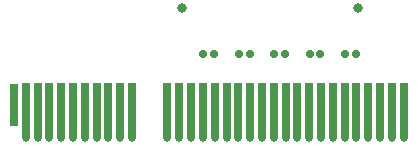
<source format=gbr>
%TF.GenerationSoftware,KiCad,Pcbnew,4.0.7*%
%TF.CreationDate,2018-05-24T10:46:57+03:00*%
%TF.ProjectId,x4,78342E6B696361645F70636200000000,rev?*%
%TF.FileFunction,Soldermask,Bot*%
%FSLAX46Y46*%
G04 Gerber Fmt 4.6, Leading zero omitted, Abs format (unit mm)*
G04 Created by KiCad (PCBNEW 4.0.7) date 05/24/18 10:46:57*
%MOMM*%
%LPD*%
G01*
G04 APERTURE LIST*
%ADD10C,0.100000*%
%ADD11R,0.670000X3.620000*%
%ADD12R,0.670000X4.620000*%
%ADD13O,0.670000X0.670000*%
%ADD14C,0.700000*%
%ADD15C,0.820000*%
G04 APERTURE END LIST*
D10*
D11*
X135330000Y-123970000D03*
D12*
X136330000Y-124470000D03*
X137330000Y-124470000D03*
X138330000Y-124470000D03*
X139330000Y-124470000D03*
X140330000Y-124470000D03*
X141330000Y-124470000D03*
X142330000Y-124470000D03*
X143330000Y-124470000D03*
X144330000Y-124470000D03*
X145330000Y-124470000D03*
X150330000Y-124470000D03*
X151330000Y-124470000D03*
X152330000Y-124470000D03*
X153330000Y-124470000D03*
X154330000Y-124470000D03*
X148330000Y-124470000D03*
X149330000Y-124470000D03*
D13*
X138330000Y-126770000D03*
X139330000Y-126770000D03*
X140330000Y-126770000D03*
X141330000Y-126770000D03*
X142330000Y-126770000D03*
X143330000Y-126770000D03*
X144330000Y-126770000D03*
X150330000Y-126770000D03*
X151330000Y-126770000D03*
X137330000Y-126770000D03*
X149330000Y-126770000D03*
X152330000Y-126770000D03*
X145330000Y-126770000D03*
X148330000Y-126770000D03*
X153330000Y-126770000D03*
X154330000Y-126770000D03*
X136330000Y-126770000D03*
D12*
X155330000Y-124470000D03*
X156330000Y-124470000D03*
X157330000Y-124470000D03*
X158330000Y-124470000D03*
X159330000Y-124470000D03*
X160330000Y-124470000D03*
X161330000Y-124470000D03*
X162330000Y-124470000D03*
X163330000Y-124470000D03*
X164330000Y-124470000D03*
X165330000Y-124470000D03*
X166330000Y-124470000D03*
X167330000Y-124470000D03*
X168330000Y-124470000D03*
D13*
X155330000Y-126770000D03*
X156330000Y-126770000D03*
X157330000Y-126770000D03*
X158330000Y-126770000D03*
X159330000Y-126770000D03*
X160330000Y-126770000D03*
X161330000Y-126770000D03*
X162330000Y-126770000D03*
X163330000Y-126770000D03*
X164330000Y-126770000D03*
X165330000Y-126770000D03*
X166330000Y-126770000D03*
X167330000Y-126770000D03*
X168330000Y-126770000D03*
D14*
X152280000Y-119680000D03*
X151380000Y-119680000D03*
X155280000Y-119680000D03*
X154380000Y-119680000D03*
X158280000Y-119680000D03*
X157380000Y-119680000D03*
X161280000Y-119680000D03*
X160380000Y-119680000D03*
X164280000Y-119680000D03*
X163380000Y-119680000D03*
D15*
X149580000Y-115820000D03*
X164480000Y-115820000D03*
M02*

</source>
